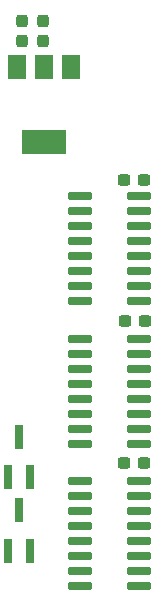
<source format=gbr>
%TF.GenerationSoftware,KiCad,Pcbnew,(6.0.0)*%
%TF.CreationDate,2023-01-28T16:33:02+01:00*%
%TF.ProjectId,MH106Enhanced,4d483130-3645-46e6-9861-6e6365642e6b,1*%
%TF.SameCoordinates,PX5255c88PY54c81a0*%
%TF.FileFunction,Paste,Bot*%
%TF.FilePolarity,Positive*%
%FSLAX46Y46*%
G04 Gerber Fmt 4.6, Leading zero omitted, Abs format (unit mm)*
G04 Created by KiCad (PCBNEW (6.0.0)) date 2023-01-28 16:33:02*
%MOMM*%
%LPD*%
G01*
G04 APERTURE LIST*
G04 Aperture macros list*
%AMRoundRect*
0 Rectangle with rounded corners*
0 $1 Rounding radius*
0 $2 $3 $4 $5 $6 $7 $8 $9 X,Y pos of 4 corners*
0 Add a 4 corners polygon primitive as box body*
4,1,4,$2,$3,$4,$5,$6,$7,$8,$9,$2,$3,0*
0 Add four circle primitives for the rounded corners*
1,1,$1+$1,$2,$3*
1,1,$1+$1,$4,$5*
1,1,$1+$1,$6,$7*
1,1,$1+$1,$8,$9*
0 Add four rect primitives between the rounded corners*
20,1,$1+$1,$2,$3,$4,$5,0*
20,1,$1+$1,$4,$5,$6,$7,0*
20,1,$1+$1,$6,$7,$8,$9,0*
20,1,$1+$1,$8,$9,$2,$3,0*%
G04 Aperture macros list end*
%ADD10RoundRect,0.237500X0.300000X0.237500X-0.300000X0.237500X-0.300000X-0.237500X0.300000X-0.237500X0*%
%ADD11RoundRect,0.237500X0.237500X-0.300000X0.237500X0.300000X-0.237500X0.300000X-0.237500X-0.300000X0*%
%ADD12RoundRect,0.042000X0.943000X0.258000X-0.943000X0.258000X-0.943000X-0.258000X0.943000X-0.258000X0*%
%ADD13R,0.650000X2.000000*%
%ADD14R,1.500000X2.000000*%
%ADD15R,3.800000X2.000000*%
G04 APERTURE END LIST*
D10*
%TO.C,C9*%
X16254900Y12065000D03*
X14529900Y12065000D03*
%TD*%
D11*
%TO.C,C6*%
X5867400Y47778500D03*
X5867400Y49503500D03*
%TD*%
D12*
%TO.C,U4*%
X15784400Y34671000D03*
X15784400Y33401000D03*
X15784400Y32131000D03*
X15784400Y30861000D03*
X15784400Y29591000D03*
X15784400Y28321000D03*
X15784400Y27051000D03*
X15784400Y25781000D03*
X10834400Y25781000D03*
X10834400Y27051000D03*
X10834400Y28321000D03*
X10834400Y29591000D03*
X10834400Y30861000D03*
X10834400Y32131000D03*
X10834400Y33401000D03*
X10834400Y34671000D03*
%TD*%
D10*
%TO.C,C10*%
X16331100Y24130000D03*
X14606100Y24130000D03*
%TD*%
%TO.C,C11*%
X16254900Y36068000D03*
X14529900Y36068000D03*
%TD*%
D11*
%TO.C,C5*%
X7645400Y47778500D03*
X7645400Y49503500D03*
%TD*%
D13*
%TO.C,Q2*%
X6563400Y4640000D03*
X4663400Y4640000D03*
X5613400Y8060000D03*
%TD*%
%TO.C,Q1*%
X6563400Y10863000D03*
X4663400Y10863000D03*
X5613400Y14283000D03*
%TD*%
D12*
%TO.C,U3*%
X15784400Y22606000D03*
X15784400Y21336000D03*
X15784400Y20066000D03*
X15784400Y18796000D03*
X15784400Y17526000D03*
X15784400Y16256000D03*
X15784400Y14986000D03*
X15784400Y13716000D03*
X10834400Y13716000D03*
X10834400Y14986000D03*
X10834400Y16256000D03*
X10834400Y17526000D03*
X10834400Y18796000D03*
X10834400Y20066000D03*
X10834400Y21336000D03*
X10834400Y22606000D03*
%TD*%
%TO.C,U2*%
X15784400Y10541000D03*
X15784400Y9271000D03*
X15784400Y8001000D03*
X15784400Y6731000D03*
X15784400Y5461000D03*
X15784400Y4191000D03*
X15784400Y2921000D03*
X15784400Y1651000D03*
X10834400Y1651000D03*
X10834400Y2921000D03*
X10834400Y4191000D03*
X10834400Y5461000D03*
X10834400Y6731000D03*
X10834400Y8001000D03*
X10834400Y9271000D03*
X10834400Y10541000D03*
%TD*%
D14*
%TO.C,U5*%
X5472400Y45568000D03*
X7772400Y45568000D03*
D15*
X7772400Y39268000D03*
D14*
X10072400Y45568000D03*
%TD*%
M02*

</source>
